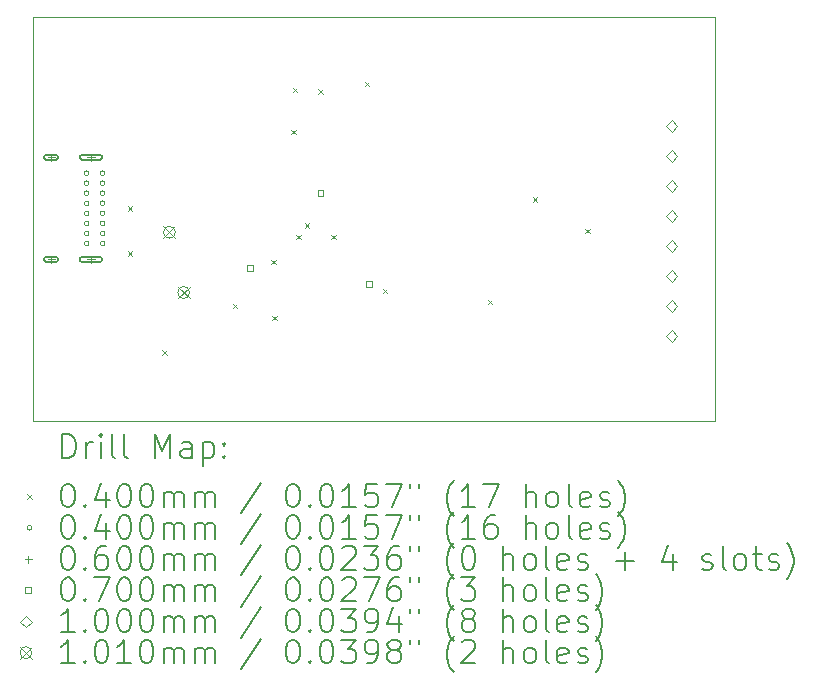
<source format=gbr>
%FSLAX45Y45*%
G04 Gerber Fmt 4.5, Leading zero omitted, Abs format (unit mm)*
G04 Created by KiCad (PCBNEW 6.0.2+dfsg-1) date 2024-09-23 07:34:09*
%MOMM*%
%LPD*%
G01*
G04 APERTURE LIST*
%TA.AperFunction,Profile*%
%ADD10C,0.100000*%
%TD*%
%ADD11C,0.200000*%
%ADD12C,0.040000*%
%ADD13C,0.060000*%
%ADD14C,0.070000*%
%ADD15C,0.100000*%
%ADD16C,0.101000*%
G04 APERTURE END LIST*
D10*
X7048500Y-5492750D02*
X12827000Y-5492750D01*
X12827000Y-5492750D02*
X12827000Y-8909050D01*
X12827000Y-8909050D02*
X7048500Y-8909050D01*
X7048500Y-8909050D02*
X7048500Y-5492750D01*
D11*
D12*
X7854000Y-7092000D02*
X7894000Y-7132000D01*
X7894000Y-7092000D02*
X7854000Y-7132000D01*
X7854000Y-7473000D02*
X7894000Y-7513000D01*
X7894000Y-7473000D02*
X7854000Y-7513000D01*
X8146100Y-8311200D02*
X8186100Y-8351200D01*
X8186100Y-8311200D02*
X8146100Y-8351200D01*
X8743000Y-7917500D02*
X8783000Y-7957500D01*
X8783000Y-7917500D02*
X8743000Y-7957500D01*
X9069451Y-7545451D02*
X9109451Y-7585451D01*
X9109451Y-7545451D02*
X9069451Y-7585451D01*
X9080000Y-8020000D02*
X9120000Y-8060000D01*
X9120000Y-8020000D02*
X9080000Y-8060000D01*
X9238300Y-6444300D02*
X9278300Y-6484300D01*
X9278300Y-6444300D02*
X9238300Y-6484300D01*
X9251000Y-6088700D02*
X9291000Y-6128700D01*
X9291000Y-6088700D02*
X9251000Y-6128700D01*
X9280195Y-7334555D02*
X9320195Y-7374555D01*
X9320195Y-7334555D02*
X9280195Y-7374555D01*
X9352658Y-7239396D02*
X9392658Y-7279396D01*
X9392658Y-7239396D02*
X9352658Y-7279396D01*
X9466900Y-6101400D02*
X9506900Y-6141400D01*
X9506900Y-6101400D02*
X9466900Y-6141400D01*
X9579945Y-7334555D02*
X9619945Y-7374555D01*
X9619945Y-7334555D02*
X9579945Y-7374555D01*
X9860600Y-6037900D02*
X9900600Y-6077900D01*
X9900600Y-6037900D02*
X9860600Y-6077900D01*
X10013000Y-7790500D02*
X10053000Y-7830500D01*
X10053000Y-7790500D02*
X10013000Y-7830500D01*
X10902000Y-7884500D02*
X10942000Y-7924500D01*
X10942000Y-7884500D02*
X10902000Y-7924500D01*
X11283000Y-7019550D02*
X11323000Y-7059550D01*
X11323000Y-7019550D02*
X11283000Y-7059550D01*
X11727500Y-7282500D02*
X11767500Y-7322500D01*
X11767500Y-7282500D02*
X11727500Y-7322500D01*
X7526500Y-6814500D02*
G75*
G03*
X7526500Y-6814500I-20000J0D01*
G01*
X7526500Y-6899500D02*
G75*
G03*
X7526500Y-6899500I-20000J0D01*
G01*
X7526500Y-6984500D02*
G75*
G03*
X7526500Y-6984500I-20000J0D01*
G01*
X7526500Y-7069500D02*
G75*
G03*
X7526500Y-7069500I-20000J0D01*
G01*
X7526500Y-7154500D02*
G75*
G03*
X7526500Y-7154500I-20000J0D01*
G01*
X7526500Y-7239500D02*
G75*
G03*
X7526500Y-7239500I-20000J0D01*
G01*
X7526500Y-7324500D02*
G75*
G03*
X7526500Y-7324500I-20000J0D01*
G01*
X7526500Y-7409500D02*
G75*
G03*
X7526500Y-7409500I-20000J0D01*
G01*
X7661500Y-6814500D02*
G75*
G03*
X7661500Y-6814500I-20000J0D01*
G01*
X7661500Y-6899500D02*
G75*
G03*
X7661500Y-6899500I-20000J0D01*
G01*
X7661500Y-6984500D02*
G75*
G03*
X7661500Y-6984500I-20000J0D01*
G01*
X7661500Y-7069500D02*
G75*
G03*
X7661500Y-7069500I-20000J0D01*
G01*
X7661500Y-7154500D02*
G75*
G03*
X7661500Y-7154500I-20000J0D01*
G01*
X7661500Y-7239500D02*
G75*
G03*
X7661500Y-7239500I-20000J0D01*
G01*
X7661500Y-7324500D02*
G75*
G03*
X7661500Y-7324500I-20000J0D01*
G01*
X7661500Y-7409500D02*
G75*
G03*
X7661500Y-7409500I-20000J0D01*
G01*
D13*
X7205500Y-6649500D02*
X7205500Y-6709500D01*
X7175500Y-6679500D02*
X7235500Y-6679500D01*
D11*
X7245500Y-6659500D02*
X7165500Y-6659500D01*
X7245500Y-6699500D02*
X7165500Y-6699500D01*
X7165500Y-6659500D02*
G75*
G03*
X7165500Y-6699500I0J-20000D01*
G01*
X7245500Y-6699500D02*
G75*
G03*
X7245500Y-6659500I0J20000D01*
G01*
D13*
X7205500Y-7514500D02*
X7205500Y-7574500D01*
X7175500Y-7544500D02*
X7235500Y-7544500D01*
D11*
X7245500Y-7524500D02*
X7165500Y-7524500D01*
X7245500Y-7564500D02*
X7165500Y-7564500D01*
X7165500Y-7524500D02*
G75*
G03*
X7165500Y-7564500I0J-20000D01*
G01*
X7245500Y-7564500D02*
G75*
G03*
X7245500Y-7524500I0J20000D01*
G01*
D13*
X7543500Y-6649500D02*
X7543500Y-6709500D01*
X7513500Y-6679500D02*
X7573500Y-6679500D01*
D11*
X7618500Y-6659500D02*
X7468500Y-6659500D01*
X7618500Y-6699500D02*
X7468500Y-6699500D01*
X7468500Y-6659500D02*
G75*
G03*
X7468500Y-6699500I0J-20000D01*
G01*
X7618500Y-6699500D02*
G75*
G03*
X7618500Y-6659500I0J20000D01*
G01*
D13*
X7543500Y-7514500D02*
X7543500Y-7574500D01*
X7513500Y-7544500D02*
X7573500Y-7544500D01*
D11*
X7618500Y-7524500D02*
X7468500Y-7524500D01*
X7618500Y-7564500D02*
X7468500Y-7564500D01*
X7468500Y-7524500D02*
G75*
G03*
X7468500Y-7564500I0J-20000D01*
G01*
X7618500Y-7564500D02*
G75*
G03*
X7618500Y-7524500I0J20000D01*
G01*
D14*
X8914749Y-7644749D02*
X8914749Y-7595251D01*
X8865251Y-7595251D01*
X8865251Y-7644749D01*
X8914749Y-7644749D01*
X9511649Y-7009749D02*
X9511649Y-6960251D01*
X9462151Y-6960251D01*
X9462151Y-7009749D01*
X9511649Y-7009749D01*
X9921806Y-7780692D02*
X9921806Y-7731194D01*
X9872308Y-7731194D01*
X9872308Y-7780692D01*
X9921806Y-7780692D01*
D15*
X12458700Y-6463500D02*
X12508700Y-6413500D01*
X12458700Y-6363500D01*
X12408700Y-6413500D01*
X12458700Y-6463500D01*
X12458700Y-6717500D02*
X12508700Y-6667500D01*
X12458700Y-6617500D01*
X12408700Y-6667500D01*
X12458700Y-6717500D01*
X12458700Y-6971500D02*
X12508700Y-6921500D01*
X12458700Y-6871500D01*
X12408700Y-6921500D01*
X12458700Y-6971500D01*
X12458700Y-7225500D02*
X12508700Y-7175500D01*
X12458700Y-7125500D01*
X12408700Y-7175500D01*
X12458700Y-7225500D01*
X12458700Y-7479500D02*
X12508700Y-7429500D01*
X12458700Y-7379500D01*
X12408700Y-7429500D01*
X12458700Y-7479500D01*
X12458700Y-7733500D02*
X12508700Y-7683500D01*
X12458700Y-7633500D01*
X12408700Y-7683500D01*
X12458700Y-7733500D01*
X12458700Y-7987500D02*
X12508700Y-7937500D01*
X12458700Y-7887500D01*
X12408700Y-7937500D01*
X12458700Y-7987500D01*
X12458700Y-8241500D02*
X12508700Y-8191500D01*
X12458700Y-8141500D01*
X12408700Y-8191500D01*
X12458700Y-8241500D01*
D16*
X8157200Y-7263700D02*
X8258200Y-7364700D01*
X8258200Y-7263700D02*
X8157200Y-7364700D01*
X8258200Y-7314200D02*
G75*
G03*
X8258200Y-7314200I-50500J0D01*
G01*
X8277200Y-7773700D02*
X8378200Y-7874700D01*
X8378200Y-7773700D02*
X8277200Y-7874700D01*
X8378200Y-7824200D02*
G75*
G03*
X8378200Y-7824200I-50500J0D01*
G01*
D11*
X7301119Y-9224526D02*
X7301119Y-9024526D01*
X7348738Y-9024526D01*
X7377309Y-9034050D01*
X7396357Y-9053098D01*
X7405881Y-9072145D01*
X7415405Y-9110240D01*
X7415405Y-9138812D01*
X7405881Y-9176907D01*
X7396357Y-9195955D01*
X7377309Y-9215002D01*
X7348738Y-9224526D01*
X7301119Y-9224526D01*
X7501119Y-9224526D02*
X7501119Y-9091193D01*
X7501119Y-9129288D02*
X7510643Y-9110240D01*
X7520167Y-9100717D01*
X7539214Y-9091193D01*
X7558262Y-9091193D01*
X7624928Y-9224526D02*
X7624928Y-9091193D01*
X7624928Y-9024526D02*
X7615405Y-9034050D01*
X7624928Y-9043574D01*
X7634452Y-9034050D01*
X7624928Y-9024526D01*
X7624928Y-9043574D01*
X7748738Y-9224526D02*
X7729690Y-9215002D01*
X7720167Y-9195955D01*
X7720167Y-9024526D01*
X7853500Y-9224526D02*
X7834452Y-9215002D01*
X7824928Y-9195955D01*
X7824928Y-9024526D01*
X8082071Y-9224526D02*
X8082071Y-9024526D01*
X8148738Y-9167383D01*
X8215405Y-9024526D01*
X8215405Y-9224526D01*
X8396357Y-9224526D02*
X8396357Y-9119764D01*
X8386833Y-9100717D01*
X8367786Y-9091193D01*
X8329690Y-9091193D01*
X8310643Y-9100717D01*
X8396357Y-9215002D02*
X8377309Y-9224526D01*
X8329690Y-9224526D01*
X8310643Y-9215002D01*
X8301119Y-9195955D01*
X8301119Y-9176907D01*
X8310643Y-9157860D01*
X8329690Y-9148336D01*
X8377309Y-9148336D01*
X8396357Y-9138812D01*
X8491595Y-9091193D02*
X8491595Y-9291193D01*
X8491595Y-9100717D02*
X8510643Y-9091193D01*
X8548738Y-9091193D01*
X8567786Y-9100717D01*
X8577310Y-9110240D01*
X8586833Y-9129288D01*
X8586833Y-9186431D01*
X8577310Y-9205479D01*
X8567786Y-9215002D01*
X8548738Y-9224526D01*
X8510643Y-9224526D01*
X8491595Y-9215002D01*
X8672548Y-9205479D02*
X8682071Y-9215002D01*
X8672548Y-9224526D01*
X8663024Y-9215002D01*
X8672548Y-9205479D01*
X8672548Y-9224526D01*
X8672548Y-9100717D02*
X8682071Y-9110240D01*
X8672548Y-9119764D01*
X8663024Y-9110240D01*
X8672548Y-9100717D01*
X8672548Y-9119764D01*
D12*
X7003500Y-9534050D02*
X7043500Y-9574050D01*
X7043500Y-9534050D02*
X7003500Y-9574050D01*
D11*
X7339214Y-9444526D02*
X7358262Y-9444526D01*
X7377309Y-9454050D01*
X7386833Y-9463574D01*
X7396357Y-9482621D01*
X7405881Y-9520717D01*
X7405881Y-9568336D01*
X7396357Y-9606431D01*
X7386833Y-9625479D01*
X7377309Y-9635002D01*
X7358262Y-9644526D01*
X7339214Y-9644526D01*
X7320167Y-9635002D01*
X7310643Y-9625479D01*
X7301119Y-9606431D01*
X7291595Y-9568336D01*
X7291595Y-9520717D01*
X7301119Y-9482621D01*
X7310643Y-9463574D01*
X7320167Y-9454050D01*
X7339214Y-9444526D01*
X7491595Y-9625479D02*
X7501119Y-9635002D01*
X7491595Y-9644526D01*
X7482071Y-9635002D01*
X7491595Y-9625479D01*
X7491595Y-9644526D01*
X7672548Y-9511193D02*
X7672548Y-9644526D01*
X7624928Y-9435002D02*
X7577309Y-9577860D01*
X7701119Y-9577860D01*
X7815405Y-9444526D02*
X7834452Y-9444526D01*
X7853500Y-9454050D01*
X7863024Y-9463574D01*
X7872548Y-9482621D01*
X7882071Y-9520717D01*
X7882071Y-9568336D01*
X7872548Y-9606431D01*
X7863024Y-9625479D01*
X7853500Y-9635002D01*
X7834452Y-9644526D01*
X7815405Y-9644526D01*
X7796357Y-9635002D01*
X7786833Y-9625479D01*
X7777309Y-9606431D01*
X7767786Y-9568336D01*
X7767786Y-9520717D01*
X7777309Y-9482621D01*
X7786833Y-9463574D01*
X7796357Y-9454050D01*
X7815405Y-9444526D01*
X8005881Y-9444526D02*
X8024928Y-9444526D01*
X8043976Y-9454050D01*
X8053500Y-9463574D01*
X8063024Y-9482621D01*
X8072548Y-9520717D01*
X8072548Y-9568336D01*
X8063024Y-9606431D01*
X8053500Y-9625479D01*
X8043976Y-9635002D01*
X8024928Y-9644526D01*
X8005881Y-9644526D01*
X7986833Y-9635002D01*
X7977309Y-9625479D01*
X7967786Y-9606431D01*
X7958262Y-9568336D01*
X7958262Y-9520717D01*
X7967786Y-9482621D01*
X7977309Y-9463574D01*
X7986833Y-9454050D01*
X8005881Y-9444526D01*
X8158262Y-9644526D02*
X8158262Y-9511193D01*
X8158262Y-9530240D02*
X8167786Y-9520717D01*
X8186833Y-9511193D01*
X8215405Y-9511193D01*
X8234452Y-9520717D01*
X8243976Y-9539764D01*
X8243976Y-9644526D01*
X8243976Y-9539764D02*
X8253500Y-9520717D01*
X8272548Y-9511193D01*
X8301119Y-9511193D01*
X8320167Y-9520717D01*
X8329690Y-9539764D01*
X8329690Y-9644526D01*
X8424929Y-9644526D02*
X8424929Y-9511193D01*
X8424929Y-9530240D02*
X8434452Y-9520717D01*
X8453500Y-9511193D01*
X8482071Y-9511193D01*
X8501119Y-9520717D01*
X8510643Y-9539764D01*
X8510643Y-9644526D01*
X8510643Y-9539764D02*
X8520167Y-9520717D01*
X8539214Y-9511193D01*
X8567786Y-9511193D01*
X8586833Y-9520717D01*
X8596357Y-9539764D01*
X8596357Y-9644526D01*
X8986833Y-9435002D02*
X8815405Y-9692145D01*
X9243976Y-9444526D02*
X9263024Y-9444526D01*
X9282071Y-9454050D01*
X9291595Y-9463574D01*
X9301119Y-9482621D01*
X9310643Y-9520717D01*
X9310643Y-9568336D01*
X9301119Y-9606431D01*
X9291595Y-9625479D01*
X9282071Y-9635002D01*
X9263024Y-9644526D01*
X9243976Y-9644526D01*
X9224929Y-9635002D01*
X9215405Y-9625479D01*
X9205881Y-9606431D01*
X9196357Y-9568336D01*
X9196357Y-9520717D01*
X9205881Y-9482621D01*
X9215405Y-9463574D01*
X9224929Y-9454050D01*
X9243976Y-9444526D01*
X9396357Y-9625479D02*
X9405881Y-9635002D01*
X9396357Y-9644526D01*
X9386833Y-9635002D01*
X9396357Y-9625479D01*
X9396357Y-9644526D01*
X9529690Y-9444526D02*
X9548738Y-9444526D01*
X9567786Y-9454050D01*
X9577310Y-9463574D01*
X9586833Y-9482621D01*
X9596357Y-9520717D01*
X9596357Y-9568336D01*
X9586833Y-9606431D01*
X9577310Y-9625479D01*
X9567786Y-9635002D01*
X9548738Y-9644526D01*
X9529690Y-9644526D01*
X9510643Y-9635002D01*
X9501119Y-9625479D01*
X9491595Y-9606431D01*
X9482071Y-9568336D01*
X9482071Y-9520717D01*
X9491595Y-9482621D01*
X9501119Y-9463574D01*
X9510643Y-9454050D01*
X9529690Y-9444526D01*
X9786833Y-9644526D02*
X9672548Y-9644526D01*
X9729690Y-9644526D02*
X9729690Y-9444526D01*
X9710643Y-9473098D01*
X9691595Y-9492145D01*
X9672548Y-9501669D01*
X9967786Y-9444526D02*
X9872548Y-9444526D01*
X9863024Y-9539764D01*
X9872548Y-9530240D01*
X9891595Y-9520717D01*
X9939214Y-9520717D01*
X9958262Y-9530240D01*
X9967786Y-9539764D01*
X9977310Y-9558812D01*
X9977310Y-9606431D01*
X9967786Y-9625479D01*
X9958262Y-9635002D01*
X9939214Y-9644526D01*
X9891595Y-9644526D01*
X9872548Y-9635002D01*
X9863024Y-9625479D01*
X10043976Y-9444526D02*
X10177310Y-9444526D01*
X10091595Y-9644526D01*
X10243976Y-9444526D02*
X10243976Y-9482621D01*
X10320167Y-9444526D02*
X10320167Y-9482621D01*
X10615405Y-9720717D02*
X10605881Y-9711193D01*
X10586833Y-9682621D01*
X10577310Y-9663574D01*
X10567786Y-9635002D01*
X10558262Y-9587383D01*
X10558262Y-9549288D01*
X10567786Y-9501669D01*
X10577310Y-9473098D01*
X10586833Y-9454050D01*
X10605881Y-9425479D01*
X10615405Y-9415955D01*
X10796357Y-9644526D02*
X10682071Y-9644526D01*
X10739214Y-9644526D02*
X10739214Y-9444526D01*
X10720167Y-9473098D01*
X10701119Y-9492145D01*
X10682071Y-9501669D01*
X10863024Y-9444526D02*
X10996357Y-9444526D01*
X10910643Y-9644526D01*
X11224928Y-9644526D02*
X11224928Y-9444526D01*
X11310643Y-9644526D02*
X11310643Y-9539764D01*
X11301119Y-9520717D01*
X11282071Y-9511193D01*
X11253500Y-9511193D01*
X11234452Y-9520717D01*
X11224928Y-9530240D01*
X11434452Y-9644526D02*
X11415405Y-9635002D01*
X11405881Y-9625479D01*
X11396357Y-9606431D01*
X11396357Y-9549288D01*
X11405881Y-9530240D01*
X11415405Y-9520717D01*
X11434452Y-9511193D01*
X11463024Y-9511193D01*
X11482071Y-9520717D01*
X11491595Y-9530240D01*
X11501119Y-9549288D01*
X11501119Y-9606431D01*
X11491595Y-9625479D01*
X11482071Y-9635002D01*
X11463024Y-9644526D01*
X11434452Y-9644526D01*
X11615405Y-9644526D02*
X11596357Y-9635002D01*
X11586833Y-9615955D01*
X11586833Y-9444526D01*
X11767786Y-9635002D02*
X11748738Y-9644526D01*
X11710643Y-9644526D01*
X11691595Y-9635002D01*
X11682071Y-9615955D01*
X11682071Y-9539764D01*
X11691595Y-9520717D01*
X11710643Y-9511193D01*
X11748738Y-9511193D01*
X11767786Y-9520717D01*
X11777309Y-9539764D01*
X11777309Y-9558812D01*
X11682071Y-9577860D01*
X11853500Y-9635002D02*
X11872548Y-9644526D01*
X11910643Y-9644526D01*
X11929690Y-9635002D01*
X11939214Y-9615955D01*
X11939214Y-9606431D01*
X11929690Y-9587383D01*
X11910643Y-9577860D01*
X11882071Y-9577860D01*
X11863024Y-9568336D01*
X11853500Y-9549288D01*
X11853500Y-9539764D01*
X11863024Y-9520717D01*
X11882071Y-9511193D01*
X11910643Y-9511193D01*
X11929690Y-9520717D01*
X12005881Y-9720717D02*
X12015405Y-9711193D01*
X12034452Y-9682621D01*
X12043976Y-9663574D01*
X12053500Y-9635002D01*
X12063024Y-9587383D01*
X12063024Y-9549288D01*
X12053500Y-9501669D01*
X12043976Y-9473098D01*
X12034452Y-9454050D01*
X12015405Y-9425479D01*
X12005881Y-9415955D01*
D12*
X7043500Y-9818050D02*
G75*
G03*
X7043500Y-9818050I-20000J0D01*
G01*
D11*
X7339214Y-9708526D02*
X7358262Y-9708526D01*
X7377309Y-9718050D01*
X7386833Y-9727574D01*
X7396357Y-9746621D01*
X7405881Y-9784717D01*
X7405881Y-9832336D01*
X7396357Y-9870431D01*
X7386833Y-9889479D01*
X7377309Y-9899002D01*
X7358262Y-9908526D01*
X7339214Y-9908526D01*
X7320167Y-9899002D01*
X7310643Y-9889479D01*
X7301119Y-9870431D01*
X7291595Y-9832336D01*
X7291595Y-9784717D01*
X7301119Y-9746621D01*
X7310643Y-9727574D01*
X7320167Y-9718050D01*
X7339214Y-9708526D01*
X7491595Y-9889479D02*
X7501119Y-9899002D01*
X7491595Y-9908526D01*
X7482071Y-9899002D01*
X7491595Y-9889479D01*
X7491595Y-9908526D01*
X7672548Y-9775193D02*
X7672548Y-9908526D01*
X7624928Y-9699002D02*
X7577309Y-9841860D01*
X7701119Y-9841860D01*
X7815405Y-9708526D02*
X7834452Y-9708526D01*
X7853500Y-9718050D01*
X7863024Y-9727574D01*
X7872548Y-9746621D01*
X7882071Y-9784717D01*
X7882071Y-9832336D01*
X7872548Y-9870431D01*
X7863024Y-9889479D01*
X7853500Y-9899002D01*
X7834452Y-9908526D01*
X7815405Y-9908526D01*
X7796357Y-9899002D01*
X7786833Y-9889479D01*
X7777309Y-9870431D01*
X7767786Y-9832336D01*
X7767786Y-9784717D01*
X7777309Y-9746621D01*
X7786833Y-9727574D01*
X7796357Y-9718050D01*
X7815405Y-9708526D01*
X8005881Y-9708526D02*
X8024928Y-9708526D01*
X8043976Y-9718050D01*
X8053500Y-9727574D01*
X8063024Y-9746621D01*
X8072548Y-9784717D01*
X8072548Y-9832336D01*
X8063024Y-9870431D01*
X8053500Y-9889479D01*
X8043976Y-9899002D01*
X8024928Y-9908526D01*
X8005881Y-9908526D01*
X7986833Y-9899002D01*
X7977309Y-9889479D01*
X7967786Y-9870431D01*
X7958262Y-9832336D01*
X7958262Y-9784717D01*
X7967786Y-9746621D01*
X7977309Y-9727574D01*
X7986833Y-9718050D01*
X8005881Y-9708526D01*
X8158262Y-9908526D02*
X8158262Y-9775193D01*
X8158262Y-9794240D02*
X8167786Y-9784717D01*
X8186833Y-9775193D01*
X8215405Y-9775193D01*
X8234452Y-9784717D01*
X8243976Y-9803764D01*
X8243976Y-9908526D01*
X8243976Y-9803764D02*
X8253500Y-9784717D01*
X8272548Y-9775193D01*
X8301119Y-9775193D01*
X8320167Y-9784717D01*
X8329690Y-9803764D01*
X8329690Y-9908526D01*
X8424929Y-9908526D02*
X8424929Y-9775193D01*
X8424929Y-9794240D02*
X8434452Y-9784717D01*
X8453500Y-9775193D01*
X8482071Y-9775193D01*
X8501119Y-9784717D01*
X8510643Y-9803764D01*
X8510643Y-9908526D01*
X8510643Y-9803764D02*
X8520167Y-9784717D01*
X8539214Y-9775193D01*
X8567786Y-9775193D01*
X8586833Y-9784717D01*
X8596357Y-9803764D01*
X8596357Y-9908526D01*
X8986833Y-9699002D02*
X8815405Y-9956145D01*
X9243976Y-9708526D02*
X9263024Y-9708526D01*
X9282071Y-9718050D01*
X9291595Y-9727574D01*
X9301119Y-9746621D01*
X9310643Y-9784717D01*
X9310643Y-9832336D01*
X9301119Y-9870431D01*
X9291595Y-9889479D01*
X9282071Y-9899002D01*
X9263024Y-9908526D01*
X9243976Y-9908526D01*
X9224929Y-9899002D01*
X9215405Y-9889479D01*
X9205881Y-9870431D01*
X9196357Y-9832336D01*
X9196357Y-9784717D01*
X9205881Y-9746621D01*
X9215405Y-9727574D01*
X9224929Y-9718050D01*
X9243976Y-9708526D01*
X9396357Y-9889479D02*
X9405881Y-9899002D01*
X9396357Y-9908526D01*
X9386833Y-9899002D01*
X9396357Y-9889479D01*
X9396357Y-9908526D01*
X9529690Y-9708526D02*
X9548738Y-9708526D01*
X9567786Y-9718050D01*
X9577310Y-9727574D01*
X9586833Y-9746621D01*
X9596357Y-9784717D01*
X9596357Y-9832336D01*
X9586833Y-9870431D01*
X9577310Y-9889479D01*
X9567786Y-9899002D01*
X9548738Y-9908526D01*
X9529690Y-9908526D01*
X9510643Y-9899002D01*
X9501119Y-9889479D01*
X9491595Y-9870431D01*
X9482071Y-9832336D01*
X9482071Y-9784717D01*
X9491595Y-9746621D01*
X9501119Y-9727574D01*
X9510643Y-9718050D01*
X9529690Y-9708526D01*
X9786833Y-9908526D02*
X9672548Y-9908526D01*
X9729690Y-9908526D02*
X9729690Y-9708526D01*
X9710643Y-9737098D01*
X9691595Y-9756145D01*
X9672548Y-9765669D01*
X9967786Y-9708526D02*
X9872548Y-9708526D01*
X9863024Y-9803764D01*
X9872548Y-9794240D01*
X9891595Y-9784717D01*
X9939214Y-9784717D01*
X9958262Y-9794240D01*
X9967786Y-9803764D01*
X9977310Y-9822812D01*
X9977310Y-9870431D01*
X9967786Y-9889479D01*
X9958262Y-9899002D01*
X9939214Y-9908526D01*
X9891595Y-9908526D01*
X9872548Y-9899002D01*
X9863024Y-9889479D01*
X10043976Y-9708526D02*
X10177310Y-9708526D01*
X10091595Y-9908526D01*
X10243976Y-9708526D02*
X10243976Y-9746621D01*
X10320167Y-9708526D02*
X10320167Y-9746621D01*
X10615405Y-9984717D02*
X10605881Y-9975193D01*
X10586833Y-9946621D01*
X10577310Y-9927574D01*
X10567786Y-9899002D01*
X10558262Y-9851383D01*
X10558262Y-9813288D01*
X10567786Y-9765669D01*
X10577310Y-9737098D01*
X10586833Y-9718050D01*
X10605881Y-9689479D01*
X10615405Y-9679955D01*
X10796357Y-9908526D02*
X10682071Y-9908526D01*
X10739214Y-9908526D02*
X10739214Y-9708526D01*
X10720167Y-9737098D01*
X10701119Y-9756145D01*
X10682071Y-9765669D01*
X10967786Y-9708526D02*
X10929690Y-9708526D01*
X10910643Y-9718050D01*
X10901119Y-9727574D01*
X10882071Y-9756145D01*
X10872548Y-9794240D01*
X10872548Y-9870431D01*
X10882071Y-9889479D01*
X10891595Y-9899002D01*
X10910643Y-9908526D01*
X10948738Y-9908526D01*
X10967786Y-9899002D01*
X10977310Y-9889479D01*
X10986833Y-9870431D01*
X10986833Y-9822812D01*
X10977310Y-9803764D01*
X10967786Y-9794240D01*
X10948738Y-9784717D01*
X10910643Y-9784717D01*
X10891595Y-9794240D01*
X10882071Y-9803764D01*
X10872548Y-9822812D01*
X11224928Y-9908526D02*
X11224928Y-9708526D01*
X11310643Y-9908526D02*
X11310643Y-9803764D01*
X11301119Y-9784717D01*
X11282071Y-9775193D01*
X11253500Y-9775193D01*
X11234452Y-9784717D01*
X11224928Y-9794240D01*
X11434452Y-9908526D02*
X11415405Y-9899002D01*
X11405881Y-9889479D01*
X11396357Y-9870431D01*
X11396357Y-9813288D01*
X11405881Y-9794240D01*
X11415405Y-9784717D01*
X11434452Y-9775193D01*
X11463024Y-9775193D01*
X11482071Y-9784717D01*
X11491595Y-9794240D01*
X11501119Y-9813288D01*
X11501119Y-9870431D01*
X11491595Y-9889479D01*
X11482071Y-9899002D01*
X11463024Y-9908526D01*
X11434452Y-9908526D01*
X11615405Y-9908526D02*
X11596357Y-9899002D01*
X11586833Y-9879955D01*
X11586833Y-9708526D01*
X11767786Y-9899002D02*
X11748738Y-9908526D01*
X11710643Y-9908526D01*
X11691595Y-9899002D01*
X11682071Y-9879955D01*
X11682071Y-9803764D01*
X11691595Y-9784717D01*
X11710643Y-9775193D01*
X11748738Y-9775193D01*
X11767786Y-9784717D01*
X11777309Y-9803764D01*
X11777309Y-9822812D01*
X11682071Y-9841860D01*
X11853500Y-9899002D02*
X11872548Y-9908526D01*
X11910643Y-9908526D01*
X11929690Y-9899002D01*
X11939214Y-9879955D01*
X11939214Y-9870431D01*
X11929690Y-9851383D01*
X11910643Y-9841860D01*
X11882071Y-9841860D01*
X11863024Y-9832336D01*
X11853500Y-9813288D01*
X11853500Y-9803764D01*
X11863024Y-9784717D01*
X11882071Y-9775193D01*
X11910643Y-9775193D01*
X11929690Y-9784717D01*
X12005881Y-9984717D02*
X12015405Y-9975193D01*
X12034452Y-9946621D01*
X12043976Y-9927574D01*
X12053500Y-9899002D01*
X12063024Y-9851383D01*
X12063024Y-9813288D01*
X12053500Y-9765669D01*
X12043976Y-9737098D01*
X12034452Y-9718050D01*
X12015405Y-9689479D01*
X12005881Y-9679955D01*
D13*
X7013500Y-10052050D02*
X7013500Y-10112050D01*
X6983500Y-10082050D02*
X7043500Y-10082050D01*
D11*
X7339214Y-9972526D02*
X7358262Y-9972526D01*
X7377309Y-9982050D01*
X7386833Y-9991574D01*
X7396357Y-10010621D01*
X7405881Y-10048717D01*
X7405881Y-10096336D01*
X7396357Y-10134431D01*
X7386833Y-10153479D01*
X7377309Y-10163002D01*
X7358262Y-10172526D01*
X7339214Y-10172526D01*
X7320167Y-10163002D01*
X7310643Y-10153479D01*
X7301119Y-10134431D01*
X7291595Y-10096336D01*
X7291595Y-10048717D01*
X7301119Y-10010621D01*
X7310643Y-9991574D01*
X7320167Y-9982050D01*
X7339214Y-9972526D01*
X7491595Y-10153479D02*
X7501119Y-10163002D01*
X7491595Y-10172526D01*
X7482071Y-10163002D01*
X7491595Y-10153479D01*
X7491595Y-10172526D01*
X7672548Y-9972526D02*
X7634452Y-9972526D01*
X7615405Y-9982050D01*
X7605881Y-9991574D01*
X7586833Y-10020145D01*
X7577309Y-10058240D01*
X7577309Y-10134431D01*
X7586833Y-10153479D01*
X7596357Y-10163002D01*
X7615405Y-10172526D01*
X7653500Y-10172526D01*
X7672548Y-10163002D01*
X7682071Y-10153479D01*
X7691595Y-10134431D01*
X7691595Y-10086812D01*
X7682071Y-10067764D01*
X7672548Y-10058240D01*
X7653500Y-10048717D01*
X7615405Y-10048717D01*
X7596357Y-10058240D01*
X7586833Y-10067764D01*
X7577309Y-10086812D01*
X7815405Y-9972526D02*
X7834452Y-9972526D01*
X7853500Y-9982050D01*
X7863024Y-9991574D01*
X7872548Y-10010621D01*
X7882071Y-10048717D01*
X7882071Y-10096336D01*
X7872548Y-10134431D01*
X7863024Y-10153479D01*
X7853500Y-10163002D01*
X7834452Y-10172526D01*
X7815405Y-10172526D01*
X7796357Y-10163002D01*
X7786833Y-10153479D01*
X7777309Y-10134431D01*
X7767786Y-10096336D01*
X7767786Y-10048717D01*
X7777309Y-10010621D01*
X7786833Y-9991574D01*
X7796357Y-9982050D01*
X7815405Y-9972526D01*
X8005881Y-9972526D02*
X8024928Y-9972526D01*
X8043976Y-9982050D01*
X8053500Y-9991574D01*
X8063024Y-10010621D01*
X8072548Y-10048717D01*
X8072548Y-10096336D01*
X8063024Y-10134431D01*
X8053500Y-10153479D01*
X8043976Y-10163002D01*
X8024928Y-10172526D01*
X8005881Y-10172526D01*
X7986833Y-10163002D01*
X7977309Y-10153479D01*
X7967786Y-10134431D01*
X7958262Y-10096336D01*
X7958262Y-10048717D01*
X7967786Y-10010621D01*
X7977309Y-9991574D01*
X7986833Y-9982050D01*
X8005881Y-9972526D01*
X8158262Y-10172526D02*
X8158262Y-10039193D01*
X8158262Y-10058240D02*
X8167786Y-10048717D01*
X8186833Y-10039193D01*
X8215405Y-10039193D01*
X8234452Y-10048717D01*
X8243976Y-10067764D01*
X8243976Y-10172526D01*
X8243976Y-10067764D02*
X8253500Y-10048717D01*
X8272548Y-10039193D01*
X8301119Y-10039193D01*
X8320167Y-10048717D01*
X8329690Y-10067764D01*
X8329690Y-10172526D01*
X8424929Y-10172526D02*
X8424929Y-10039193D01*
X8424929Y-10058240D02*
X8434452Y-10048717D01*
X8453500Y-10039193D01*
X8482071Y-10039193D01*
X8501119Y-10048717D01*
X8510643Y-10067764D01*
X8510643Y-10172526D01*
X8510643Y-10067764D02*
X8520167Y-10048717D01*
X8539214Y-10039193D01*
X8567786Y-10039193D01*
X8586833Y-10048717D01*
X8596357Y-10067764D01*
X8596357Y-10172526D01*
X8986833Y-9963002D02*
X8815405Y-10220145D01*
X9243976Y-9972526D02*
X9263024Y-9972526D01*
X9282071Y-9982050D01*
X9291595Y-9991574D01*
X9301119Y-10010621D01*
X9310643Y-10048717D01*
X9310643Y-10096336D01*
X9301119Y-10134431D01*
X9291595Y-10153479D01*
X9282071Y-10163002D01*
X9263024Y-10172526D01*
X9243976Y-10172526D01*
X9224929Y-10163002D01*
X9215405Y-10153479D01*
X9205881Y-10134431D01*
X9196357Y-10096336D01*
X9196357Y-10048717D01*
X9205881Y-10010621D01*
X9215405Y-9991574D01*
X9224929Y-9982050D01*
X9243976Y-9972526D01*
X9396357Y-10153479D02*
X9405881Y-10163002D01*
X9396357Y-10172526D01*
X9386833Y-10163002D01*
X9396357Y-10153479D01*
X9396357Y-10172526D01*
X9529690Y-9972526D02*
X9548738Y-9972526D01*
X9567786Y-9982050D01*
X9577310Y-9991574D01*
X9586833Y-10010621D01*
X9596357Y-10048717D01*
X9596357Y-10096336D01*
X9586833Y-10134431D01*
X9577310Y-10153479D01*
X9567786Y-10163002D01*
X9548738Y-10172526D01*
X9529690Y-10172526D01*
X9510643Y-10163002D01*
X9501119Y-10153479D01*
X9491595Y-10134431D01*
X9482071Y-10096336D01*
X9482071Y-10048717D01*
X9491595Y-10010621D01*
X9501119Y-9991574D01*
X9510643Y-9982050D01*
X9529690Y-9972526D01*
X9672548Y-9991574D02*
X9682071Y-9982050D01*
X9701119Y-9972526D01*
X9748738Y-9972526D01*
X9767786Y-9982050D01*
X9777310Y-9991574D01*
X9786833Y-10010621D01*
X9786833Y-10029669D01*
X9777310Y-10058240D01*
X9663024Y-10172526D01*
X9786833Y-10172526D01*
X9853500Y-9972526D02*
X9977310Y-9972526D01*
X9910643Y-10048717D01*
X9939214Y-10048717D01*
X9958262Y-10058240D01*
X9967786Y-10067764D01*
X9977310Y-10086812D01*
X9977310Y-10134431D01*
X9967786Y-10153479D01*
X9958262Y-10163002D01*
X9939214Y-10172526D01*
X9882071Y-10172526D01*
X9863024Y-10163002D01*
X9853500Y-10153479D01*
X10148738Y-9972526D02*
X10110643Y-9972526D01*
X10091595Y-9982050D01*
X10082071Y-9991574D01*
X10063024Y-10020145D01*
X10053500Y-10058240D01*
X10053500Y-10134431D01*
X10063024Y-10153479D01*
X10072548Y-10163002D01*
X10091595Y-10172526D01*
X10129690Y-10172526D01*
X10148738Y-10163002D01*
X10158262Y-10153479D01*
X10167786Y-10134431D01*
X10167786Y-10086812D01*
X10158262Y-10067764D01*
X10148738Y-10058240D01*
X10129690Y-10048717D01*
X10091595Y-10048717D01*
X10072548Y-10058240D01*
X10063024Y-10067764D01*
X10053500Y-10086812D01*
X10243976Y-9972526D02*
X10243976Y-10010621D01*
X10320167Y-9972526D02*
X10320167Y-10010621D01*
X10615405Y-10248717D02*
X10605881Y-10239193D01*
X10586833Y-10210621D01*
X10577310Y-10191574D01*
X10567786Y-10163002D01*
X10558262Y-10115383D01*
X10558262Y-10077288D01*
X10567786Y-10029669D01*
X10577310Y-10001098D01*
X10586833Y-9982050D01*
X10605881Y-9953479D01*
X10615405Y-9943955D01*
X10729690Y-9972526D02*
X10748738Y-9972526D01*
X10767786Y-9982050D01*
X10777310Y-9991574D01*
X10786833Y-10010621D01*
X10796357Y-10048717D01*
X10796357Y-10096336D01*
X10786833Y-10134431D01*
X10777310Y-10153479D01*
X10767786Y-10163002D01*
X10748738Y-10172526D01*
X10729690Y-10172526D01*
X10710643Y-10163002D01*
X10701119Y-10153479D01*
X10691595Y-10134431D01*
X10682071Y-10096336D01*
X10682071Y-10048717D01*
X10691595Y-10010621D01*
X10701119Y-9991574D01*
X10710643Y-9982050D01*
X10729690Y-9972526D01*
X11034452Y-10172526D02*
X11034452Y-9972526D01*
X11120167Y-10172526D02*
X11120167Y-10067764D01*
X11110643Y-10048717D01*
X11091595Y-10039193D01*
X11063024Y-10039193D01*
X11043976Y-10048717D01*
X11034452Y-10058240D01*
X11243976Y-10172526D02*
X11224928Y-10163002D01*
X11215405Y-10153479D01*
X11205881Y-10134431D01*
X11205881Y-10077288D01*
X11215405Y-10058240D01*
X11224928Y-10048717D01*
X11243976Y-10039193D01*
X11272548Y-10039193D01*
X11291595Y-10048717D01*
X11301119Y-10058240D01*
X11310643Y-10077288D01*
X11310643Y-10134431D01*
X11301119Y-10153479D01*
X11291595Y-10163002D01*
X11272548Y-10172526D01*
X11243976Y-10172526D01*
X11424928Y-10172526D02*
X11405881Y-10163002D01*
X11396357Y-10143955D01*
X11396357Y-9972526D01*
X11577309Y-10163002D02*
X11558262Y-10172526D01*
X11520167Y-10172526D01*
X11501119Y-10163002D01*
X11491595Y-10143955D01*
X11491595Y-10067764D01*
X11501119Y-10048717D01*
X11520167Y-10039193D01*
X11558262Y-10039193D01*
X11577309Y-10048717D01*
X11586833Y-10067764D01*
X11586833Y-10086812D01*
X11491595Y-10105860D01*
X11663024Y-10163002D02*
X11682071Y-10172526D01*
X11720167Y-10172526D01*
X11739214Y-10163002D01*
X11748738Y-10143955D01*
X11748738Y-10134431D01*
X11739214Y-10115383D01*
X11720167Y-10105860D01*
X11691595Y-10105860D01*
X11672548Y-10096336D01*
X11663024Y-10077288D01*
X11663024Y-10067764D01*
X11672548Y-10048717D01*
X11691595Y-10039193D01*
X11720167Y-10039193D01*
X11739214Y-10048717D01*
X11986833Y-10096336D02*
X12139214Y-10096336D01*
X12063024Y-10172526D02*
X12063024Y-10020145D01*
X12472548Y-10039193D02*
X12472548Y-10172526D01*
X12424928Y-9963002D02*
X12377309Y-10105860D01*
X12501119Y-10105860D01*
X12720167Y-10163002D02*
X12739214Y-10172526D01*
X12777309Y-10172526D01*
X12796357Y-10163002D01*
X12805881Y-10143955D01*
X12805881Y-10134431D01*
X12796357Y-10115383D01*
X12777309Y-10105860D01*
X12748738Y-10105860D01*
X12729690Y-10096336D01*
X12720167Y-10077288D01*
X12720167Y-10067764D01*
X12729690Y-10048717D01*
X12748738Y-10039193D01*
X12777309Y-10039193D01*
X12796357Y-10048717D01*
X12920167Y-10172526D02*
X12901119Y-10163002D01*
X12891595Y-10143955D01*
X12891595Y-9972526D01*
X13024928Y-10172526D02*
X13005881Y-10163002D01*
X12996357Y-10153479D01*
X12986833Y-10134431D01*
X12986833Y-10077288D01*
X12996357Y-10058240D01*
X13005881Y-10048717D01*
X13024928Y-10039193D01*
X13053500Y-10039193D01*
X13072548Y-10048717D01*
X13082071Y-10058240D01*
X13091595Y-10077288D01*
X13091595Y-10134431D01*
X13082071Y-10153479D01*
X13072548Y-10163002D01*
X13053500Y-10172526D01*
X13024928Y-10172526D01*
X13148738Y-10039193D02*
X13224928Y-10039193D01*
X13177309Y-9972526D02*
X13177309Y-10143955D01*
X13186833Y-10163002D01*
X13205881Y-10172526D01*
X13224928Y-10172526D01*
X13282071Y-10163002D02*
X13301119Y-10172526D01*
X13339214Y-10172526D01*
X13358262Y-10163002D01*
X13367786Y-10143955D01*
X13367786Y-10134431D01*
X13358262Y-10115383D01*
X13339214Y-10105860D01*
X13310643Y-10105860D01*
X13291595Y-10096336D01*
X13282071Y-10077288D01*
X13282071Y-10067764D01*
X13291595Y-10048717D01*
X13310643Y-10039193D01*
X13339214Y-10039193D01*
X13358262Y-10048717D01*
X13434452Y-10248717D02*
X13443976Y-10239193D01*
X13463024Y-10210621D01*
X13472548Y-10191574D01*
X13482071Y-10163002D01*
X13491595Y-10115383D01*
X13491595Y-10077288D01*
X13482071Y-10029669D01*
X13472548Y-10001098D01*
X13463024Y-9982050D01*
X13443976Y-9953479D01*
X13434452Y-9943955D01*
D14*
X7033249Y-10370799D02*
X7033249Y-10321301D01*
X6983751Y-10321301D01*
X6983751Y-10370799D01*
X7033249Y-10370799D01*
D11*
X7339214Y-10236526D02*
X7358262Y-10236526D01*
X7377309Y-10246050D01*
X7386833Y-10255574D01*
X7396357Y-10274621D01*
X7405881Y-10312717D01*
X7405881Y-10360336D01*
X7396357Y-10398431D01*
X7386833Y-10417479D01*
X7377309Y-10427002D01*
X7358262Y-10436526D01*
X7339214Y-10436526D01*
X7320167Y-10427002D01*
X7310643Y-10417479D01*
X7301119Y-10398431D01*
X7291595Y-10360336D01*
X7291595Y-10312717D01*
X7301119Y-10274621D01*
X7310643Y-10255574D01*
X7320167Y-10246050D01*
X7339214Y-10236526D01*
X7491595Y-10417479D02*
X7501119Y-10427002D01*
X7491595Y-10436526D01*
X7482071Y-10427002D01*
X7491595Y-10417479D01*
X7491595Y-10436526D01*
X7567786Y-10236526D02*
X7701119Y-10236526D01*
X7615405Y-10436526D01*
X7815405Y-10236526D02*
X7834452Y-10236526D01*
X7853500Y-10246050D01*
X7863024Y-10255574D01*
X7872548Y-10274621D01*
X7882071Y-10312717D01*
X7882071Y-10360336D01*
X7872548Y-10398431D01*
X7863024Y-10417479D01*
X7853500Y-10427002D01*
X7834452Y-10436526D01*
X7815405Y-10436526D01*
X7796357Y-10427002D01*
X7786833Y-10417479D01*
X7777309Y-10398431D01*
X7767786Y-10360336D01*
X7767786Y-10312717D01*
X7777309Y-10274621D01*
X7786833Y-10255574D01*
X7796357Y-10246050D01*
X7815405Y-10236526D01*
X8005881Y-10236526D02*
X8024928Y-10236526D01*
X8043976Y-10246050D01*
X8053500Y-10255574D01*
X8063024Y-10274621D01*
X8072548Y-10312717D01*
X8072548Y-10360336D01*
X8063024Y-10398431D01*
X8053500Y-10417479D01*
X8043976Y-10427002D01*
X8024928Y-10436526D01*
X8005881Y-10436526D01*
X7986833Y-10427002D01*
X7977309Y-10417479D01*
X7967786Y-10398431D01*
X7958262Y-10360336D01*
X7958262Y-10312717D01*
X7967786Y-10274621D01*
X7977309Y-10255574D01*
X7986833Y-10246050D01*
X8005881Y-10236526D01*
X8158262Y-10436526D02*
X8158262Y-10303193D01*
X8158262Y-10322240D02*
X8167786Y-10312717D01*
X8186833Y-10303193D01*
X8215405Y-10303193D01*
X8234452Y-10312717D01*
X8243976Y-10331764D01*
X8243976Y-10436526D01*
X8243976Y-10331764D02*
X8253500Y-10312717D01*
X8272548Y-10303193D01*
X8301119Y-10303193D01*
X8320167Y-10312717D01*
X8329690Y-10331764D01*
X8329690Y-10436526D01*
X8424929Y-10436526D02*
X8424929Y-10303193D01*
X8424929Y-10322240D02*
X8434452Y-10312717D01*
X8453500Y-10303193D01*
X8482071Y-10303193D01*
X8501119Y-10312717D01*
X8510643Y-10331764D01*
X8510643Y-10436526D01*
X8510643Y-10331764D02*
X8520167Y-10312717D01*
X8539214Y-10303193D01*
X8567786Y-10303193D01*
X8586833Y-10312717D01*
X8596357Y-10331764D01*
X8596357Y-10436526D01*
X8986833Y-10227002D02*
X8815405Y-10484145D01*
X9243976Y-10236526D02*
X9263024Y-10236526D01*
X9282071Y-10246050D01*
X9291595Y-10255574D01*
X9301119Y-10274621D01*
X9310643Y-10312717D01*
X9310643Y-10360336D01*
X9301119Y-10398431D01*
X9291595Y-10417479D01*
X9282071Y-10427002D01*
X9263024Y-10436526D01*
X9243976Y-10436526D01*
X9224929Y-10427002D01*
X9215405Y-10417479D01*
X9205881Y-10398431D01*
X9196357Y-10360336D01*
X9196357Y-10312717D01*
X9205881Y-10274621D01*
X9215405Y-10255574D01*
X9224929Y-10246050D01*
X9243976Y-10236526D01*
X9396357Y-10417479D02*
X9405881Y-10427002D01*
X9396357Y-10436526D01*
X9386833Y-10427002D01*
X9396357Y-10417479D01*
X9396357Y-10436526D01*
X9529690Y-10236526D02*
X9548738Y-10236526D01*
X9567786Y-10246050D01*
X9577310Y-10255574D01*
X9586833Y-10274621D01*
X9596357Y-10312717D01*
X9596357Y-10360336D01*
X9586833Y-10398431D01*
X9577310Y-10417479D01*
X9567786Y-10427002D01*
X9548738Y-10436526D01*
X9529690Y-10436526D01*
X9510643Y-10427002D01*
X9501119Y-10417479D01*
X9491595Y-10398431D01*
X9482071Y-10360336D01*
X9482071Y-10312717D01*
X9491595Y-10274621D01*
X9501119Y-10255574D01*
X9510643Y-10246050D01*
X9529690Y-10236526D01*
X9672548Y-10255574D02*
X9682071Y-10246050D01*
X9701119Y-10236526D01*
X9748738Y-10236526D01*
X9767786Y-10246050D01*
X9777310Y-10255574D01*
X9786833Y-10274621D01*
X9786833Y-10293669D01*
X9777310Y-10322240D01*
X9663024Y-10436526D01*
X9786833Y-10436526D01*
X9853500Y-10236526D02*
X9986833Y-10236526D01*
X9901119Y-10436526D01*
X10148738Y-10236526D02*
X10110643Y-10236526D01*
X10091595Y-10246050D01*
X10082071Y-10255574D01*
X10063024Y-10284145D01*
X10053500Y-10322240D01*
X10053500Y-10398431D01*
X10063024Y-10417479D01*
X10072548Y-10427002D01*
X10091595Y-10436526D01*
X10129690Y-10436526D01*
X10148738Y-10427002D01*
X10158262Y-10417479D01*
X10167786Y-10398431D01*
X10167786Y-10350812D01*
X10158262Y-10331764D01*
X10148738Y-10322240D01*
X10129690Y-10312717D01*
X10091595Y-10312717D01*
X10072548Y-10322240D01*
X10063024Y-10331764D01*
X10053500Y-10350812D01*
X10243976Y-10236526D02*
X10243976Y-10274621D01*
X10320167Y-10236526D02*
X10320167Y-10274621D01*
X10615405Y-10512717D02*
X10605881Y-10503193D01*
X10586833Y-10474621D01*
X10577310Y-10455574D01*
X10567786Y-10427002D01*
X10558262Y-10379383D01*
X10558262Y-10341288D01*
X10567786Y-10293669D01*
X10577310Y-10265098D01*
X10586833Y-10246050D01*
X10605881Y-10217479D01*
X10615405Y-10207955D01*
X10672548Y-10236526D02*
X10796357Y-10236526D01*
X10729690Y-10312717D01*
X10758262Y-10312717D01*
X10777310Y-10322240D01*
X10786833Y-10331764D01*
X10796357Y-10350812D01*
X10796357Y-10398431D01*
X10786833Y-10417479D01*
X10777310Y-10427002D01*
X10758262Y-10436526D01*
X10701119Y-10436526D01*
X10682071Y-10427002D01*
X10672548Y-10417479D01*
X11034452Y-10436526D02*
X11034452Y-10236526D01*
X11120167Y-10436526D02*
X11120167Y-10331764D01*
X11110643Y-10312717D01*
X11091595Y-10303193D01*
X11063024Y-10303193D01*
X11043976Y-10312717D01*
X11034452Y-10322240D01*
X11243976Y-10436526D02*
X11224928Y-10427002D01*
X11215405Y-10417479D01*
X11205881Y-10398431D01*
X11205881Y-10341288D01*
X11215405Y-10322240D01*
X11224928Y-10312717D01*
X11243976Y-10303193D01*
X11272548Y-10303193D01*
X11291595Y-10312717D01*
X11301119Y-10322240D01*
X11310643Y-10341288D01*
X11310643Y-10398431D01*
X11301119Y-10417479D01*
X11291595Y-10427002D01*
X11272548Y-10436526D01*
X11243976Y-10436526D01*
X11424928Y-10436526D02*
X11405881Y-10427002D01*
X11396357Y-10407955D01*
X11396357Y-10236526D01*
X11577309Y-10427002D02*
X11558262Y-10436526D01*
X11520167Y-10436526D01*
X11501119Y-10427002D01*
X11491595Y-10407955D01*
X11491595Y-10331764D01*
X11501119Y-10312717D01*
X11520167Y-10303193D01*
X11558262Y-10303193D01*
X11577309Y-10312717D01*
X11586833Y-10331764D01*
X11586833Y-10350812D01*
X11491595Y-10369860D01*
X11663024Y-10427002D02*
X11682071Y-10436526D01*
X11720167Y-10436526D01*
X11739214Y-10427002D01*
X11748738Y-10407955D01*
X11748738Y-10398431D01*
X11739214Y-10379383D01*
X11720167Y-10369860D01*
X11691595Y-10369860D01*
X11672548Y-10360336D01*
X11663024Y-10341288D01*
X11663024Y-10331764D01*
X11672548Y-10312717D01*
X11691595Y-10303193D01*
X11720167Y-10303193D01*
X11739214Y-10312717D01*
X11815405Y-10512717D02*
X11824928Y-10503193D01*
X11843976Y-10474621D01*
X11853500Y-10455574D01*
X11863024Y-10427002D01*
X11872548Y-10379383D01*
X11872548Y-10341288D01*
X11863024Y-10293669D01*
X11853500Y-10265098D01*
X11843976Y-10246050D01*
X11824928Y-10217479D01*
X11815405Y-10207955D01*
D15*
X6993500Y-10660050D02*
X7043500Y-10610050D01*
X6993500Y-10560050D01*
X6943500Y-10610050D01*
X6993500Y-10660050D01*
D11*
X7405881Y-10700526D02*
X7291595Y-10700526D01*
X7348738Y-10700526D02*
X7348738Y-10500526D01*
X7329690Y-10529098D01*
X7310643Y-10548145D01*
X7291595Y-10557669D01*
X7491595Y-10681479D02*
X7501119Y-10691002D01*
X7491595Y-10700526D01*
X7482071Y-10691002D01*
X7491595Y-10681479D01*
X7491595Y-10700526D01*
X7624928Y-10500526D02*
X7643976Y-10500526D01*
X7663024Y-10510050D01*
X7672548Y-10519574D01*
X7682071Y-10538621D01*
X7691595Y-10576717D01*
X7691595Y-10624336D01*
X7682071Y-10662431D01*
X7672548Y-10681479D01*
X7663024Y-10691002D01*
X7643976Y-10700526D01*
X7624928Y-10700526D01*
X7605881Y-10691002D01*
X7596357Y-10681479D01*
X7586833Y-10662431D01*
X7577309Y-10624336D01*
X7577309Y-10576717D01*
X7586833Y-10538621D01*
X7596357Y-10519574D01*
X7605881Y-10510050D01*
X7624928Y-10500526D01*
X7815405Y-10500526D02*
X7834452Y-10500526D01*
X7853500Y-10510050D01*
X7863024Y-10519574D01*
X7872548Y-10538621D01*
X7882071Y-10576717D01*
X7882071Y-10624336D01*
X7872548Y-10662431D01*
X7863024Y-10681479D01*
X7853500Y-10691002D01*
X7834452Y-10700526D01*
X7815405Y-10700526D01*
X7796357Y-10691002D01*
X7786833Y-10681479D01*
X7777309Y-10662431D01*
X7767786Y-10624336D01*
X7767786Y-10576717D01*
X7777309Y-10538621D01*
X7786833Y-10519574D01*
X7796357Y-10510050D01*
X7815405Y-10500526D01*
X8005881Y-10500526D02*
X8024928Y-10500526D01*
X8043976Y-10510050D01*
X8053500Y-10519574D01*
X8063024Y-10538621D01*
X8072548Y-10576717D01*
X8072548Y-10624336D01*
X8063024Y-10662431D01*
X8053500Y-10681479D01*
X8043976Y-10691002D01*
X8024928Y-10700526D01*
X8005881Y-10700526D01*
X7986833Y-10691002D01*
X7977309Y-10681479D01*
X7967786Y-10662431D01*
X7958262Y-10624336D01*
X7958262Y-10576717D01*
X7967786Y-10538621D01*
X7977309Y-10519574D01*
X7986833Y-10510050D01*
X8005881Y-10500526D01*
X8158262Y-10700526D02*
X8158262Y-10567193D01*
X8158262Y-10586240D02*
X8167786Y-10576717D01*
X8186833Y-10567193D01*
X8215405Y-10567193D01*
X8234452Y-10576717D01*
X8243976Y-10595764D01*
X8243976Y-10700526D01*
X8243976Y-10595764D02*
X8253500Y-10576717D01*
X8272548Y-10567193D01*
X8301119Y-10567193D01*
X8320167Y-10576717D01*
X8329690Y-10595764D01*
X8329690Y-10700526D01*
X8424929Y-10700526D02*
X8424929Y-10567193D01*
X8424929Y-10586240D02*
X8434452Y-10576717D01*
X8453500Y-10567193D01*
X8482071Y-10567193D01*
X8501119Y-10576717D01*
X8510643Y-10595764D01*
X8510643Y-10700526D01*
X8510643Y-10595764D02*
X8520167Y-10576717D01*
X8539214Y-10567193D01*
X8567786Y-10567193D01*
X8586833Y-10576717D01*
X8596357Y-10595764D01*
X8596357Y-10700526D01*
X8986833Y-10491002D02*
X8815405Y-10748145D01*
X9243976Y-10500526D02*
X9263024Y-10500526D01*
X9282071Y-10510050D01*
X9291595Y-10519574D01*
X9301119Y-10538621D01*
X9310643Y-10576717D01*
X9310643Y-10624336D01*
X9301119Y-10662431D01*
X9291595Y-10681479D01*
X9282071Y-10691002D01*
X9263024Y-10700526D01*
X9243976Y-10700526D01*
X9224929Y-10691002D01*
X9215405Y-10681479D01*
X9205881Y-10662431D01*
X9196357Y-10624336D01*
X9196357Y-10576717D01*
X9205881Y-10538621D01*
X9215405Y-10519574D01*
X9224929Y-10510050D01*
X9243976Y-10500526D01*
X9396357Y-10681479D02*
X9405881Y-10691002D01*
X9396357Y-10700526D01*
X9386833Y-10691002D01*
X9396357Y-10681479D01*
X9396357Y-10700526D01*
X9529690Y-10500526D02*
X9548738Y-10500526D01*
X9567786Y-10510050D01*
X9577310Y-10519574D01*
X9586833Y-10538621D01*
X9596357Y-10576717D01*
X9596357Y-10624336D01*
X9586833Y-10662431D01*
X9577310Y-10681479D01*
X9567786Y-10691002D01*
X9548738Y-10700526D01*
X9529690Y-10700526D01*
X9510643Y-10691002D01*
X9501119Y-10681479D01*
X9491595Y-10662431D01*
X9482071Y-10624336D01*
X9482071Y-10576717D01*
X9491595Y-10538621D01*
X9501119Y-10519574D01*
X9510643Y-10510050D01*
X9529690Y-10500526D01*
X9663024Y-10500526D02*
X9786833Y-10500526D01*
X9720167Y-10576717D01*
X9748738Y-10576717D01*
X9767786Y-10586240D01*
X9777310Y-10595764D01*
X9786833Y-10614812D01*
X9786833Y-10662431D01*
X9777310Y-10681479D01*
X9767786Y-10691002D01*
X9748738Y-10700526D01*
X9691595Y-10700526D01*
X9672548Y-10691002D01*
X9663024Y-10681479D01*
X9882071Y-10700526D02*
X9920167Y-10700526D01*
X9939214Y-10691002D01*
X9948738Y-10681479D01*
X9967786Y-10652907D01*
X9977310Y-10614812D01*
X9977310Y-10538621D01*
X9967786Y-10519574D01*
X9958262Y-10510050D01*
X9939214Y-10500526D01*
X9901119Y-10500526D01*
X9882071Y-10510050D01*
X9872548Y-10519574D01*
X9863024Y-10538621D01*
X9863024Y-10586240D01*
X9872548Y-10605288D01*
X9882071Y-10614812D01*
X9901119Y-10624336D01*
X9939214Y-10624336D01*
X9958262Y-10614812D01*
X9967786Y-10605288D01*
X9977310Y-10586240D01*
X10148738Y-10567193D02*
X10148738Y-10700526D01*
X10101119Y-10491002D02*
X10053500Y-10633860D01*
X10177310Y-10633860D01*
X10243976Y-10500526D02*
X10243976Y-10538621D01*
X10320167Y-10500526D02*
X10320167Y-10538621D01*
X10615405Y-10776717D02*
X10605881Y-10767193D01*
X10586833Y-10738621D01*
X10577310Y-10719574D01*
X10567786Y-10691002D01*
X10558262Y-10643383D01*
X10558262Y-10605288D01*
X10567786Y-10557669D01*
X10577310Y-10529098D01*
X10586833Y-10510050D01*
X10605881Y-10481479D01*
X10615405Y-10471955D01*
X10720167Y-10586240D02*
X10701119Y-10576717D01*
X10691595Y-10567193D01*
X10682071Y-10548145D01*
X10682071Y-10538621D01*
X10691595Y-10519574D01*
X10701119Y-10510050D01*
X10720167Y-10500526D01*
X10758262Y-10500526D01*
X10777310Y-10510050D01*
X10786833Y-10519574D01*
X10796357Y-10538621D01*
X10796357Y-10548145D01*
X10786833Y-10567193D01*
X10777310Y-10576717D01*
X10758262Y-10586240D01*
X10720167Y-10586240D01*
X10701119Y-10595764D01*
X10691595Y-10605288D01*
X10682071Y-10624336D01*
X10682071Y-10662431D01*
X10691595Y-10681479D01*
X10701119Y-10691002D01*
X10720167Y-10700526D01*
X10758262Y-10700526D01*
X10777310Y-10691002D01*
X10786833Y-10681479D01*
X10796357Y-10662431D01*
X10796357Y-10624336D01*
X10786833Y-10605288D01*
X10777310Y-10595764D01*
X10758262Y-10586240D01*
X11034452Y-10700526D02*
X11034452Y-10500526D01*
X11120167Y-10700526D02*
X11120167Y-10595764D01*
X11110643Y-10576717D01*
X11091595Y-10567193D01*
X11063024Y-10567193D01*
X11043976Y-10576717D01*
X11034452Y-10586240D01*
X11243976Y-10700526D02*
X11224928Y-10691002D01*
X11215405Y-10681479D01*
X11205881Y-10662431D01*
X11205881Y-10605288D01*
X11215405Y-10586240D01*
X11224928Y-10576717D01*
X11243976Y-10567193D01*
X11272548Y-10567193D01*
X11291595Y-10576717D01*
X11301119Y-10586240D01*
X11310643Y-10605288D01*
X11310643Y-10662431D01*
X11301119Y-10681479D01*
X11291595Y-10691002D01*
X11272548Y-10700526D01*
X11243976Y-10700526D01*
X11424928Y-10700526D02*
X11405881Y-10691002D01*
X11396357Y-10671955D01*
X11396357Y-10500526D01*
X11577309Y-10691002D02*
X11558262Y-10700526D01*
X11520167Y-10700526D01*
X11501119Y-10691002D01*
X11491595Y-10671955D01*
X11491595Y-10595764D01*
X11501119Y-10576717D01*
X11520167Y-10567193D01*
X11558262Y-10567193D01*
X11577309Y-10576717D01*
X11586833Y-10595764D01*
X11586833Y-10614812D01*
X11491595Y-10633860D01*
X11663024Y-10691002D02*
X11682071Y-10700526D01*
X11720167Y-10700526D01*
X11739214Y-10691002D01*
X11748738Y-10671955D01*
X11748738Y-10662431D01*
X11739214Y-10643383D01*
X11720167Y-10633860D01*
X11691595Y-10633860D01*
X11672548Y-10624336D01*
X11663024Y-10605288D01*
X11663024Y-10595764D01*
X11672548Y-10576717D01*
X11691595Y-10567193D01*
X11720167Y-10567193D01*
X11739214Y-10576717D01*
X11815405Y-10776717D02*
X11824928Y-10767193D01*
X11843976Y-10738621D01*
X11853500Y-10719574D01*
X11863024Y-10691002D01*
X11872548Y-10643383D01*
X11872548Y-10605288D01*
X11863024Y-10557669D01*
X11853500Y-10529098D01*
X11843976Y-10510050D01*
X11824928Y-10481479D01*
X11815405Y-10471955D01*
D16*
X6942500Y-10823550D02*
X7043500Y-10924550D01*
X7043500Y-10823550D02*
X6942500Y-10924550D01*
X7043500Y-10874050D02*
G75*
G03*
X7043500Y-10874050I-50500J0D01*
G01*
D11*
X7405881Y-10964526D02*
X7291595Y-10964526D01*
X7348738Y-10964526D02*
X7348738Y-10764526D01*
X7329690Y-10793098D01*
X7310643Y-10812145D01*
X7291595Y-10821669D01*
X7491595Y-10945479D02*
X7501119Y-10955002D01*
X7491595Y-10964526D01*
X7482071Y-10955002D01*
X7491595Y-10945479D01*
X7491595Y-10964526D01*
X7624928Y-10764526D02*
X7643976Y-10764526D01*
X7663024Y-10774050D01*
X7672548Y-10783574D01*
X7682071Y-10802621D01*
X7691595Y-10840717D01*
X7691595Y-10888336D01*
X7682071Y-10926431D01*
X7672548Y-10945479D01*
X7663024Y-10955002D01*
X7643976Y-10964526D01*
X7624928Y-10964526D01*
X7605881Y-10955002D01*
X7596357Y-10945479D01*
X7586833Y-10926431D01*
X7577309Y-10888336D01*
X7577309Y-10840717D01*
X7586833Y-10802621D01*
X7596357Y-10783574D01*
X7605881Y-10774050D01*
X7624928Y-10764526D01*
X7882071Y-10964526D02*
X7767786Y-10964526D01*
X7824928Y-10964526D02*
X7824928Y-10764526D01*
X7805881Y-10793098D01*
X7786833Y-10812145D01*
X7767786Y-10821669D01*
X8005881Y-10764526D02*
X8024928Y-10764526D01*
X8043976Y-10774050D01*
X8053500Y-10783574D01*
X8063024Y-10802621D01*
X8072548Y-10840717D01*
X8072548Y-10888336D01*
X8063024Y-10926431D01*
X8053500Y-10945479D01*
X8043976Y-10955002D01*
X8024928Y-10964526D01*
X8005881Y-10964526D01*
X7986833Y-10955002D01*
X7977309Y-10945479D01*
X7967786Y-10926431D01*
X7958262Y-10888336D01*
X7958262Y-10840717D01*
X7967786Y-10802621D01*
X7977309Y-10783574D01*
X7986833Y-10774050D01*
X8005881Y-10764526D01*
X8158262Y-10964526D02*
X8158262Y-10831193D01*
X8158262Y-10850240D02*
X8167786Y-10840717D01*
X8186833Y-10831193D01*
X8215405Y-10831193D01*
X8234452Y-10840717D01*
X8243976Y-10859764D01*
X8243976Y-10964526D01*
X8243976Y-10859764D02*
X8253500Y-10840717D01*
X8272548Y-10831193D01*
X8301119Y-10831193D01*
X8320167Y-10840717D01*
X8329690Y-10859764D01*
X8329690Y-10964526D01*
X8424929Y-10964526D02*
X8424929Y-10831193D01*
X8424929Y-10850240D02*
X8434452Y-10840717D01*
X8453500Y-10831193D01*
X8482071Y-10831193D01*
X8501119Y-10840717D01*
X8510643Y-10859764D01*
X8510643Y-10964526D01*
X8510643Y-10859764D02*
X8520167Y-10840717D01*
X8539214Y-10831193D01*
X8567786Y-10831193D01*
X8586833Y-10840717D01*
X8596357Y-10859764D01*
X8596357Y-10964526D01*
X8986833Y-10755002D02*
X8815405Y-11012145D01*
X9243976Y-10764526D02*
X9263024Y-10764526D01*
X9282071Y-10774050D01*
X9291595Y-10783574D01*
X9301119Y-10802621D01*
X9310643Y-10840717D01*
X9310643Y-10888336D01*
X9301119Y-10926431D01*
X9291595Y-10945479D01*
X9282071Y-10955002D01*
X9263024Y-10964526D01*
X9243976Y-10964526D01*
X9224929Y-10955002D01*
X9215405Y-10945479D01*
X9205881Y-10926431D01*
X9196357Y-10888336D01*
X9196357Y-10840717D01*
X9205881Y-10802621D01*
X9215405Y-10783574D01*
X9224929Y-10774050D01*
X9243976Y-10764526D01*
X9396357Y-10945479D02*
X9405881Y-10955002D01*
X9396357Y-10964526D01*
X9386833Y-10955002D01*
X9396357Y-10945479D01*
X9396357Y-10964526D01*
X9529690Y-10764526D02*
X9548738Y-10764526D01*
X9567786Y-10774050D01*
X9577310Y-10783574D01*
X9586833Y-10802621D01*
X9596357Y-10840717D01*
X9596357Y-10888336D01*
X9586833Y-10926431D01*
X9577310Y-10945479D01*
X9567786Y-10955002D01*
X9548738Y-10964526D01*
X9529690Y-10964526D01*
X9510643Y-10955002D01*
X9501119Y-10945479D01*
X9491595Y-10926431D01*
X9482071Y-10888336D01*
X9482071Y-10840717D01*
X9491595Y-10802621D01*
X9501119Y-10783574D01*
X9510643Y-10774050D01*
X9529690Y-10764526D01*
X9663024Y-10764526D02*
X9786833Y-10764526D01*
X9720167Y-10840717D01*
X9748738Y-10840717D01*
X9767786Y-10850240D01*
X9777310Y-10859764D01*
X9786833Y-10878812D01*
X9786833Y-10926431D01*
X9777310Y-10945479D01*
X9767786Y-10955002D01*
X9748738Y-10964526D01*
X9691595Y-10964526D01*
X9672548Y-10955002D01*
X9663024Y-10945479D01*
X9882071Y-10964526D02*
X9920167Y-10964526D01*
X9939214Y-10955002D01*
X9948738Y-10945479D01*
X9967786Y-10916907D01*
X9977310Y-10878812D01*
X9977310Y-10802621D01*
X9967786Y-10783574D01*
X9958262Y-10774050D01*
X9939214Y-10764526D01*
X9901119Y-10764526D01*
X9882071Y-10774050D01*
X9872548Y-10783574D01*
X9863024Y-10802621D01*
X9863024Y-10850240D01*
X9872548Y-10869288D01*
X9882071Y-10878812D01*
X9901119Y-10888336D01*
X9939214Y-10888336D01*
X9958262Y-10878812D01*
X9967786Y-10869288D01*
X9977310Y-10850240D01*
X10091595Y-10850240D02*
X10072548Y-10840717D01*
X10063024Y-10831193D01*
X10053500Y-10812145D01*
X10053500Y-10802621D01*
X10063024Y-10783574D01*
X10072548Y-10774050D01*
X10091595Y-10764526D01*
X10129690Y-10764526D01*
X10148738Y-10774050D01*
X10158262Y-10783574D01*
X10167786Y-10802621D01*
X10167786Y-10812145D01*
X10158262Y-10831193D01*
X10148738Y-10840717D01*
X10129690Y-10850240D01*
X10091595Y-10850240D01*
X10072548Y-10859764D01*
X10063024Y-10869288D01*
X10053500Y-10888336D01*
X10053500Y-10926431D01*
X10063024Y-10945479D01*
X10072548Y-10955002D01*
X10091595Y-10964526D01*
X10129690Y-10964526D01*
X10148738Y-10955002D01*
X10158262Y-10945479D01*
X10167786Y-10926431D01*
X10167786Y-10888336D01*
X10158262Y-10869288D01*
X10148738Y-10859764D01*
X10129690Y-10850240D01*
X10243976Y-10764526D02*
X10243976Y-10802621D01*
X10320167Y-10764526D02*
X10320167Y-10802621D01*
X10615405Y-11040717D02*
X10605881Y-11031193D01*
X10586833Y-11002621D01*
X10577310Y-10983574D01*
X10567786Y-10955002D01*
X10558262Y-10907383D01*
X10558262Y-10869288D01*
X10567786Y-10821669D01*
X10577310Y-10793098D01*
X10586833Y-10774050D01*
X10605881Y-10745479D01*
X10615405Y-10735955D01*
X10682071Y-10783574D02*
X10691595Y-10774050D01*
X10710643Y-10764526D01*
X10758262Y-10764526D01*
X10777310Y-10774050D01*
X10786833Y-10783574D01*
X10796357Y-10802621D01*
X10796357Y-10821669D01*
X10786833Y-10850240D01*
X10672548Y-10964526D01*
X10796357Y-10964526D01*
X11034452Y-10964526D02*
X11034452Y-10764526D01*
X11120167Y-10964526D02*
X11120167Y-10859764D01*
X11110643Y-10840717D01*
X11091595Y-10831193D01*
X11063024Y-10831193D01*
X11043976Y-10840717D01*
X11034452Y-10850240D01*
X11243976Y-10964526D02*
X11224928Y-10955002D01*
X11215405Y-10945479D01*
X11205881Y-10926431D01*
X11205881Y-10869288D01*
X11215405Y-10850240D01*
X11224928Y-10840717D01*
X11243976Y-10831193D01*
X11272548Y-10831193D01*
X11291595Y-10840717D01*
X11301119Y-10850240D01*
X11310643Y-10869288D01*
X11310643Y-10926431D01*
X11301119Y-10945479D01*
X11291595Y-10955002D01*
X11272548Y-10964526D01*
X11243976Y-10964526D01*
X11424928Y-10964526D02*
X11405881Y-10955002D01*
X11396357Y-10935955D01*
X11396357Y-10764526D01*
X11577309Y-10955002D02*
X11558262Y-10964526D01*
X11520167Y-10964526D01*
X11501119Y-10955002D01*
X11491595Y-10935955D01*
X11491595Y-10859764D01*
X11501119Y-10840717D01*
X11520167Y-10831193D01*
X11558262Y-10831193D01*
X11577309Y-10840717D01*
X11586833Y-10859764D01*
X11586833Y-10878812D01*
X11491595Y-10897860D01*
X11663024Y-10955002D02*
X11682071Y-10964526D01*
X11720167Y-10964526D01*
X11739214Y-10955002D01*
X11748738Y-10935955D01*
X11748738Y-10926431D01*
X11739214Y-10907383D01*
X11720167Y-10897860D01*
X11691595Y-10897860D01*
X11672548Y-10888336D01*
X11663024Y-10869288D01*
X11663024Y-10859764D01*
X11672548Y-10840717D01*
X11691595Y-10831193D01*
X11720167Y-10831193D01*
X11739214Y-10840717D01*
X11815405Y-11040717D02*
X11824928Y-11031193D01*
X11843976Y-11002621D01*
X11853500Y-10983574D01*
X11863024Y-10955002D01*
X11872548Y-10907383D01*
X11872548Y-10869288D01*
X11863024Y-10821669D01*
X11853500Y-10793098D01*
X11843976Y-10774050D01*
X11824928Y-10745479D01*
X11815405Y-10735955D01*
M02*

</source>
